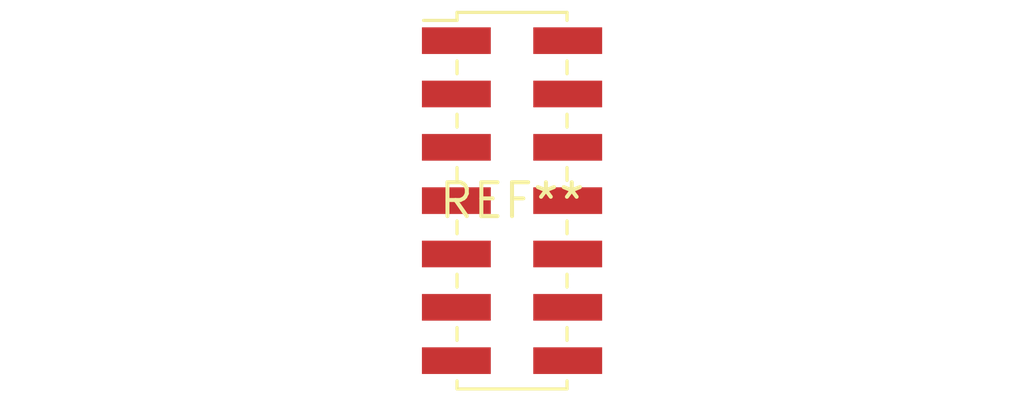
<source format=kicad_pcb>
(kicad_pcb (version 20240108) (generator pcbnew)
  (layers (0 "F.Cu" signal) (31 "B.Cu" signal) (34 "B.Paste" user) (35 "F.Paste" user) (36 "B.SilkS" user "B.Silkscreen") (37 "F.SilkS" user "F.Silkscreen") (38 "B.Mask" user) (39 "F.Mask" user) (44 "Edge.Cuts" user))
  (net 0 "")
  (footprint "PinHeader_2x07_P2.00mm_Vertical_SMD" (layer "F.Cu") (at 0 0)
    (property "Reference" "REF**")
    (property "Value" "PinHeader_2x07_P2.00mm_Vertical_SMD")
    (fp_line (start -3.315 -6.76) (end -2.06 -6.76) (layer "F.SilkS") (stroke (width 0.12)))
    (fp_line (start -2.06 -7.06) (end -2.06 -6.76) (layer "F.SilkS") (stroke (width 0.12)))
    (fp_line (start -2.06 -7.06) (end 2.06 -7.06) (layer "F.SilkS") (stroke (width 0.12)))
    (fp_line (start -2.06 -5.24) (end -2.06 -4.76) (layer "F.SilkS") (stroke (width 0.12)))
    (fp_line (start -2.06 -3.24) (end -2.06 -2.76) (layer "F.SilkS") (stroke (width 0.12)))
    (fp_line (start -2.06 -1.24) (end -2.06 -0.76) (layer "F.SilkS") (stroke (width 0.12)))
    (fp_line (start -2.06 0.76) (end -2.06 1.24) (layer "F.SilkS") (stroke (width 0.12)))
    (fp_line (start -2.06 2.76) (end -2.06 3.24) (layer "F.SilkS") (stroke (width 0.12)))
    (fp_line (start -2.06 4.76) (end -2.06 5.24) (layer "F.SilkS") (stroke (width 0.12)))
    (fp_line (start -2.06 6.76) (end -2.06 7.06) (layer "F.SilkS") (stroke (width 0.12)))
    (fp_line (start -2.06 7.06) (end 2.06 7.06) (layer "F.SilkS") (stroke (width 0.12)))
    (fp_line (start 2.06 -7.06) (end 2.06 -6.76) (layer "F.SilkS") (stroke (width 0.12)))
    (fp_line (start 2.06 -5.24) (end 2.06 -4.76) (layer "F.SilkS") (stroke (width 0.12)))
    (fp_line (start 2.06 -3.24) (end 2.06 -2.76) (layer "F.SilkS") (stroke (width 0.12)))
    (fp_line (start 2.06 -1.24) (end 2.06 -0.76) (layer "F.SilkS") (stroke (width 0.12)))
    (fp_line (start 2.06 0.76) (end 2.06 1.24) (layer "F.SilkS") (stroke (width 0.12)))
    (fp_line (start 2.06 2.76) (end 2.06 3.24) (layer "F.SilkS") (stroke (width 0.12)))
    (fp_line (start 2.06 4.76) (end 2.06 5.24) (layer "F.SilkS") (stroke (width 0.12)))
    (fp_line (start 2.06 6.76) (end 2.06 7.06) (layer "F.SilkS") (stroke (width 0.12)))
    (pad "1" smd rect (at -2.085 -6) (size 2.58 1) (layers "F.Cu" "F.Paste" "F.Mask"))
    (pad "2" smd rect (at 2.085 -6) (size 2.58 1) (layers "F.Cu" "F.Paste" "F.Mask"))
    (pad "3" smd rect (at -2.085 -4) (size 2.58 1) (layers "F.Cu" "F.Paste" "F.Mask"))
    (pad "4" smd rect (at 2.085 -4) (size 2.58 1) (layers "F.Cu" "F.Paste" "F.Mask"))
    (pad "5" smd rect (at -2.085 -2) (size 2.58 1) (layers "F.Cu" "F.Paste" "F.Mask"))
    (pad "6" smd rect (at 2.085 -2) (size 2.58 1) (layers "F.Cu" "F.Paste" "F.Mask"))
    (pad "7" smd rect (at -2.085 0) (size 2.58 1) (layers "F.Cu" "F.Paste" "F.Mask"))
    (pad "8" smd rect (at 2.085 0) (size 2.58 1) (layers "F.Cu" "F.Paste" "F.Mask"))
    (pad "9" smd rect (at -2.085 2) (size 2.58 1) (layers "F.Cu" "F.Paste" "F.Mask"))
    (pad "10" smd rect (at 2.085 2) (size 2.58 1) (layers "F.Cu" "F.Paste" "F.Mask"))
    (pad "11" smd rect (at -2.085 4) (size 2.58 1) (layers "F.Cu" "F.Paste" "F.Mask"))
    (pad "12" smd rect (at 2.085 4) (size 2.58 1) (layers "F.Cu" "F.Paste" "F.Mask"))
    (pad "13" smd rect (at -2.085 6) (size 2.58 1) (layers "F.Cu" "F.Paste" "F.Mask"))
    (pad "14" smd rect (at 2.085 6) (size 2.58 1) (layers "F.Cu" "F.Paste" "F.Mask"))
  )
)
</source>
